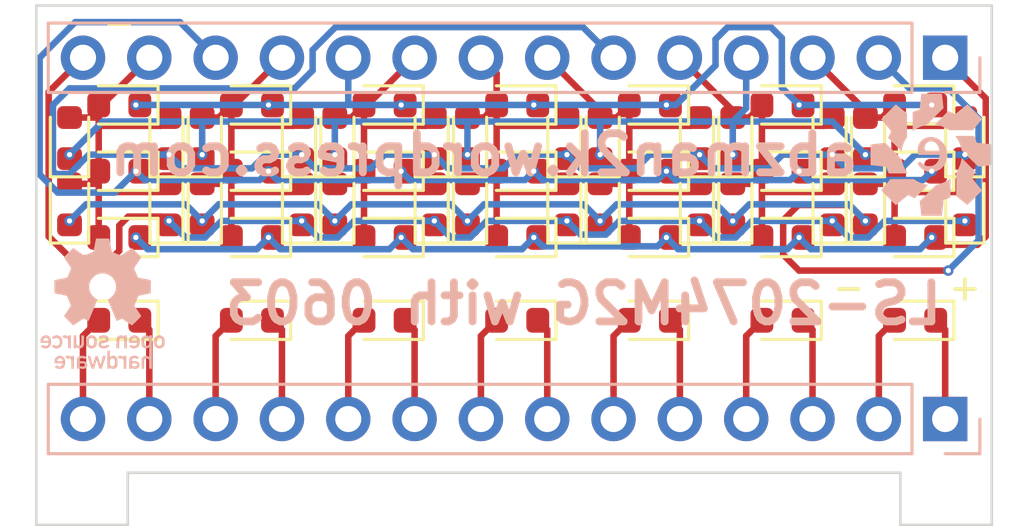
<source format=kicad_pcb>
(kicad_pcb (version 20211014) (generator pcbnew)
  (layers (0 "F.Cu" signal) (31 "B.Cu" signal) (34 "B.Paste" user) (35 "F.Paste" user) (36 "B.SilkS" user "B.Silkscreen") (37 "F.SilkS" user "F.Silkscreen") (38 "B.Mask" user) (39 "F.Mask" user) (44 "Edge.Cuts" user))
  (net 0 "")
  (net 1 "F")
  (net 2 "Cathode 1")
  (net 3 "E")
  (net 4 "A")
  (net 5 "G")
  (net 6 "D")
  (net 7 "B")
  (net 8 "C")
  (net 9 "Cathode 6")
  (net 10 "Cathode 2")
  (net 11 "Cathode 7")
  (net 12 "Cathode 3")
  (net 13 "Cathode 4")
  (net 14 "Anode 1")
  (net 15 "Anode 2")
  (net 16 "Anode 3")
  (net 17 "Anode 4")
  (net 18 "Anode 5")
  (net 19 "Cathode 5")
  (net 20 "Anode 6")
  (net 21 "Anode 7")
  (net 22 "Digit 1")
  (net 23 "Digit 6")
  (net 24 "Digit 2")
  (net 25 "Digit 7")
  (net 26 "Digit 3")
  (net 27 "Digit 4")
  (net 28 "Digit 5")
  (footprint "LED_SMD:LED_0603_1608Metric" (layer "F.Cu") (at 148.59 90.17 90)
    (fp_text reference "D37" hide)
    (fp_text value "LED")
  )
  (footprint "LED_SMD:LED_0603_1608Metric" (layer "F.Cu") (at 140.335 94.615 180)
    (fp_text reference "D43" hide)
    (fp_text value "LED")
  )
  (footprint "LED_SMD:LED_0603_1608Metric" (layer "F.Cu") (at 155.575 88.9 180)
    (fp_text reference "D53" hide)
    (fp_text value "LED")
  )
  (footprint "LED_SMD:LED_0603_1608Metric" (layer "F.Cu") (at 165.735 94.615 180)
    (fp_text reference "D38" hide)
    (fp_text value "LED")
  )
  (footprint "LED_SMD:LED_0603_1608Metric" (layer "F.Cu") (at 150.495 91.44 180)
    (fp_text reference "D47" hide)
    (fp_text value "LED")
  )
  (footprint "LED_SMD:LED_0603_1608Metric" (layer "F.Cu") (at 157.48 87.63 90)
    (fp_text reference "D55" hide)
    (fp_text value "LED")
  )
  (footprint "LED_SMD:LED_0603_1608Metric" (layer "F.Cu") (at 135.255 94.615 180)
    (fp_text reference "D44" hide)
    (fp_text value "LED")
  )
  (footprint "LED_SMD:LED_0603_1608Metric" (layer "F.Cu") (at 148.59 87.63 90)
    (fp_text reference "D36" hide)
    (fp_text value "LED")
  )
  (footprint "LED_SMD:LED_0603_1608Metric" (layer "F.Cu") (at 135.255 91.44 180)
    (fp_text reference "D5" hide)
    (fp_text value "LED")
  )
  (footprint "LED_SMD:LED_0603_1608Metric" (layer "F.Cu") (at 137.16 90.17 90)
    (fp_text reference "D7" hide)
    (fp_text value "LED")
  )
  (footprint "LED_SMD:LED_0603_1608Metric" (layer "F.Cu") (at 165.735 91.44 180)
    (fp_text reference "D26" hide)
    (fp_text value "LED")
  )
  (footprint "LED_SMD:LED_0603_1608Metric" (layer "F.Cu") (at 147.32 87.63 90)
    (fp_text reference "D34" hide)
    (fp_text value "LED")
  )
  (footprint "LED_SMD:LED_0603_1608Metric" (layer "F.Cu") (at 155.575 94.615 180)
    (fp_text reference "D40" hide)
    (fp_text value "LED")
  )
  (footprint "LED_SMD:LED_0603_1608Metric" (layer "F.Cu") (at 143.51 87.63 90)
    (fp_text reference "D27" hide)
    (fp_text value "LED")
  )
  (footprint "LED_SMD:LED_0603_1608Metric" (layer "F.Cu") (at 165.735 86.36 180)
    (fp_text reference "D24" hide)
    (fp_text value "LED")
  )
  (footprint "LED_SMD:LED_0603_1608Metric" (layer "F.Cu") (at 145.415 91.44 180)
    (fp_text reference "D31" hide)
    (fp_text value "LED")
  )
  (footprint "LED_SMD:LED_0603_1608Metric" (layer "F.Cu") (at 150.495 88.9 180)
    (fp_text reference "D46" hide)
    (fp_text value "LED")
  )
  (footprint "LED_SMD:LED_0603_1608Metric" (layer "F.Cu") (at 158.75 87.63 90)
    (fp_text reference "D8" hide)
    (fp_text value "LED")
  )
  (footprint "LED_SMD:LED_0603_1608Metric" (layer "F.Cu") (at 133.35 90.17 90)
    (fp_text reference "D2" hide)
    (fp_text value "LED")
  )
  (footprint "LED_SMD:LED_0603_1608Metric" (layer "F.Cu") (at 135.255 88.9 180)
    (fp_text reference "D4" hide)
    (fp_text value "LED")
  )
  (footprint "LED_SMD:LED_0603_1608Metric" (layer "F.Cu") (at 145.415 94.615 180)
    (fp_text reference "D42" hide)
    (fp_text value "LED")
  )
  (footprint "LED_SMD:LED_0603_1608Metric" (layer "F.Cu") (at 162.56 90.17 90)
    (fp_text reference "D14" hide)
    (fp_text value "LED")
  )
  (footprint "LED_SMD:LED_0603_1608Metric" (layer "F.Cu") (at 150.495 86.36 180)
    (fp_text reference "D45" hide)
    (fp_text value "LED")
  )
  (footprint "LED_SMD:LED_0603_1608Metric" (layer "F.Cu") (at 152.4 90.17 90)
    (fp_text reference "D49" hide)
    (fp_text value "LED")
  )
  (footprint "LED_SMD:LED_0603_1608Metric" (layer "F.Cu") (at 143.51 90.17 90)
    (fp_text reference "D28" hide)
    (fp_text value "LED")
  )
  (footprint "LED_SMD:LED_0603_1608Metric" (layer "F.Cu") (at 145.415 86.36 180)
    (fp_text reference "D29" hide)
    (fp_text value "LED")
  )
  (footprint "LED_SMD:LED_0603_1608Metric" (layer "F.Cu") (at 160.655 94.615 180)
    (fp_text reference "D39" hide)
    (fp_text value "LED")
  )
  (footprint "LED_SMD:LED_0603_1608Metric" (layer "F.Cu") (at 138.43 90.17 90)
    (fp_text reference "D16" hide)
    (fp_text value "LED")
  )
  (footprint "LED_SMD:LED_0603_1608Metric" (layer "F.Cu") (at 163.83 87.63 90)
    (fp_text reference "D22" hide)
    (fp_text value "LED")
  )
  (footprint "LED_SMD:LED_0603_1608Metric" (layer "F.Cu") (at 153.67 87.63 90)
    (fp_text reference "D50" hide)
    (fp_text value "LED")
  )
  (footprint "LED_SMD:LED_0603_1608Metric" (layer "F.Cu") (at 167.64 87.63 90)
    (fp_text reference "D32" hide)
    (fp_text value "LED")
  )
  (footprint "LED_SMD:LED_0603_1608Metric" (layer "F.Cu") (at 155.575 91.44 180)
    (fp_text reference "D54" hide)
    (fp_text value "LED")
  )
  (footprint "LED_SMD:LED_0603_1608Metric" (layer "F.Cu") (at 150.495 94.615 180)
    (fp_text reference "D41" hide)
    (fp_text value "LED")
  )
  (footprint "LED_SMD:LED_0603_1608Metric" (layer "F.Cu") (at 140.335 86.36 180)
    (fp_text reference "D17" hide)
    (fp_text value "LED")
  )
  (footprint "LED_SMD:LED_0603_1608Metric" (layer "F.Cu") (at 135.255 86.36 180)
    (fp_text reference "D3" hide)
    (fp_text value "LED")
  )
  (footprint "LED_SMD:LED_0603_1608Metric" (layer "F.Cu") (at 157.48 90.17 90)
    (fp_text reference "D56" hide)
    (fp_text value "LED")
  )
  (footprint "LED_SMD:LED_0603_1608Metric" (layer "F.Cu") (at 133.35 87.63 90)
    (fp_text reference "D1" hide)
    (fp_text value "LED")
  )
  (footprint "LED_SMD:LED_0603_1608Metric" (layer "F.Cu") (at 167.64 90.17 90)
    (fp_text reference "D33" hide)
    (fp_text value "LED")
  )
  (footprint "LED_SMD:LED_0603_1608Metric" (layer "F.Cu") (at 140.335 88.9 180)
    (fp_text reference "D18" hide)
    (fp_text value "LED")
  )
  (footprint "LED_SMD:LED_0603_1608Metric" (layer "F.Cu") (at 160.655 91.44 180)
    (fp_text reference "D12" hide)
    (fp_text value "LED")
  )
  (footprint "LED_SMD:LED_0603_1608Metric" (layer "F.Cu") (at 145.415 88.9 180)
    (fp_text reference "D30" hide)
    (fp_text value "LED")
  )
  (footprint "LED_SMD:LED_0603_1608Metric" (layer "F.Cu") (at 152.4 87.63 90)
    (fp_text reference "D48" hide)
    (fp_text value "LED")
  )
  (footprint "LED_SMD:LED_0603_1608Metric" (layer "F.Cu") (at 162.56 87.63 90)
    (fp_text reference "D13" hide)
    (fp_text value "LED")
  )
  (footprint "LED_SMD:LED_0603_1608Metric" (layer "F.Cu") (at 158.75 90.17 90)
    (fp_text reference "D9" hide)
    (fp_text value "LED")
  )
  (footprint "LED_SMD:LED_0603_1608Metric" (layer "F.Cu") (at 142.24 90.17 90)
    (fp_text reference "D21" hide)
    (fp_text value "LED")
  )
  (footprint "LED_SMD:LED_0603_1608Metric" (layer "F.Cu") (at 147.32 90.17 90)
    (fp_text reference "D35" hide)
    (fp_text value "LED")
  )
  (footprint "LED_SMD:LED_0603_1608Metric" (layer "F.Cu") (at 142.24 87.63 90)
    (fp_text reference "D20" hide)
    (fp_text value "LED")
  )
  (footprint "LED_SMD:LED_0603_1608Metric" (layer "F.Cu") (at 160.655 88.9 180)
    (fp_text reference "D11" hide)
    (fp_text value "LED")
  )
  (footprint "LED_SMD:LED_0603_1608Metric" (layer "F.Cu") (at 137.16 87.63 90)
    (fp_text reference "D6" hide)
    (fp_text value "LED")
  )
  (footprint "LED_SMD:LED_0603_1608Metric" (layer "F.Cu") (at 163.83 90.17 90)
    (fp_text reference "D23" hide)
    (fp_text value "LED")
  )
  (footprint "LED_SMD:LED_0603_1608Metric" (layer "F.Cu") (at 138.43 87.63 90)
    (fp_text reference "D15" hide)
    (fp_text value "LED")
  )
  (footprint "LED_SMD:LED_0603_1608Metric" (layer "F.Cu") (at 153.67 90.17 90)
    (fp_text reference "D51" hide)
    (fp_text value "LED")
  )
  (footprint "LED_SMD:LED_0603_1608Metric" (layer "F.Cu") (at 160.655 86.36 180)
    (fp_text reference "D10" hide)
    (fp_text value "LED")
  )
  (footprint "LED_SMD:LED_0603_1608Metric" (layer "F.Cu") (at 165.735 88.9 180)
    (fp_text reference "D25" hide)
    (fp_text value "LED")
  )
  (footprint "LED_SMD:LED_0603_1608Metric" (layer "F.Cu") (at 155.575 86.36 180)
    (fp_text reference "D52" hide)
    (fp_text value "LED")
  )
  (footprint "LED_SMD:LED_0603_1608Metric" (layer "F.Cu") (at 140.335 91.44 180)
    (fp_text reference "D19" hide)
    (fp_text value "LED")
  )
  (footprint "Evan's misc parts:OSHW gear" (layer "B.Cu") (at 134.62 93.98 180)
    (fp_text reference "G***" hide)
    (fp_text value "LOGO" hide)
  )
  (footprint "Evan's misc parts:Evan Logo" (layer "B.Cu") (at 166.37 88.265 180)
    (fp_text reference "G***" hide)
    (fp_text value "LOGO" hide)
  )
  (footprint "Connector_PinHeader_2.54mm:PinHeader_1x14_P2.54mm_Vertical" (layer "B.Cu") (at 166.885 98.4 90)
    (fp_text reference "J1" hide)
    (fp_text value "bottom")
  )
  (footprint "Connector_PinHeader_2.54mm:PinHeader_1x14_P2.54mm_Vertical" (layer "B.Cu") (at 166.885 84.55 90)
    (fp_text reference "J2" hide)
    (fp_text value "top")
  )
  (gr_line (start 135.58 102.46) (end 135.58 100.46) (layer "Edge.Cuts") (width 0.1))
  (gr_line (start 165.17 102.46) (end 165.17 100.46) (layer "Edge.Cuts") (width 0.1))
  (gr_line (start 168.67 82.55) (end 168.67 102.46) (layer "Edge.Cuts") (width 0.1))
  (gr_line (start 132.08 82.55) (end 168.67 82.55) (layer "Edge.Cuts") (width 0.1))
  (gr_line (start 165.17 100.46) (end 135.58 100.46) (layer "Edge.Cuts") (width 0.1))
  (gr_line (start 132.08 82.55) (end 132.08 102.46) (layer "Edge.Cuts") (width 0.1))
  (gr_line (start 168.67 102.46) (end 165.17 102.46) (layer "Edge.Cuts") (width 0.1))
  (gr_line (start 135.58 102.46) (end 132.08 102.46) (layer "Edge.Cuts") (width 0.1))
  (gr_text "abzman2k.wordpress.com" (at 149.225 88.265) (layer "B.SilkS") (effects (font (size 1.5 1.5) (thickness 0.3)) (justify mirror)))
  (gr_text "LS-2074M2G with 0603" (at 153.035 93.98) (layer "B.SilkS") (effects (font (size 1.5 1.5) (thickness 0.3)) (justify mirror)))
  (gr_text "-" (at 135.255 83.185) (layer "F.SilkS") (effects (font (size 1 1))))
  (gr_text "+" (at 135.255 92.71) (layer "F.SilkS") (effects (font (size 1 1))))
  (gr_text "+" (at 167.64 93.345) (layer "F.SilkS") (effects (font (size 1 1))))
  (gr_text "-" (at 163.195 93.345) (layer "F.SilkS") (effects (font (size 1 1))))
  (via (at 158.75 88.265) (size 0.4) (drill 0.2) (layers "F.Cu" "B.Cu") (net 1))
  (via (at 148.59 88.265) (size 0.4) (drill 0.2) (layers "F.Cu" "B.Cu") (net 1))
  (via (at 163.83 88.265) (size 0.4) (drill 0.2) (layers "F.Cu" "B.Cu") (net 1))
  (via (at 133.35 88.265) (size 0.4) (drill 0.2) (layers "F.Cu" "B.Cu") (net 1))
  (via (at 153.67 88.265) (size 0.4) (drill 0.2) (layers "F.Cu" "B.Cu") (net 1))
  (via (at 143.51 88.265) (size 0.4) (drill 0.2) (layers "F.Cu" "B.Cu") (net 1))
  (via (at 138.43 88.265) (size 0.4) (drill 0.2) (layers "F.Cu" "B.Cu") (net 1))
  (segment (start 158.75 88.265) (end 158.75 86.995) (width 0.25) (layer "B.Cu") (net 1))
  (segment (start 138.43 88.265) (end 138.43 86.995) (width 0.25) (layer "B.Cu") (net 1))
  (segment (start 143.51 88.265) (end 143.51 86.995) (width 0.25) (layer "B.Cu") (net 1))
  (segment (start 158.75 86.995) (end 162.56 86.995) (width 0.25) (layer "B.Cu") (net 1))
  (segment (start 148.59 86.995) (end 153.67 86.995) (width 0.25) (layer "B.Cu") (net 1))
  (segment (start 158.75 86.995) (end 159.265 86.48) (width 0.25) (layer "B.Cu") (net 1))
  (segment (start 153.67 88.265) (end 153.67 86.995) (width 0.25) (layer "B.Cu") (net 1))
  (segment (start 153.67 86.995) (end 158.75 86.995) (width 0.25) (layer "B.Cu") (net 1))
  (segment (start 143.51 86.995) (end 148.59 86.995) (width 0.25) (layer "B.Cu") (net 1))
  (segment (start 162.56 86.995) (end 163.83 88.265) (width 0.25) (layer "B.Cu") (net 1))
  (segment (start 134.62 86.995) (end 138.43 86.995) (width 0.25) (layer "B.Cu") (net 1))
  (segment (start 159.265 86.48) (end 159.265 84.55) (width 0.25) (layer "B.Cu") (net 1))
  (segment (start 138.43 86.995) (end 143.51 86.995) (width 0.25) (layer "B.Cu") (net 1))
  (segment (start 148.59 88.265) (end 148.59 86.995) (width 0.25) (layer "B.Cu") (net 1))
  (segment (start 133.35 88.265) (end 134.62 86.995) (width 0.25) (layer "B.Cu") (net 1))
  (segment (start 164.345 95.2175) (end 164.345 98.4) (width 0.25) (layer "F.Cu") (net 2))
  (segment (start 164.9475 94.615) (end 164.345 95.2175) (width 0.25) (layer "F.Cu") (net 2))
  (segment (start 163.22048 90.19548) (end 161.26452 90.19548) (width 0.25) (layer "F.Cu") (net 3))
  (segment (start 160.68048 90.77952) (end 160.68048 92.10048) (width 0.25) (layer "F.Cu") (net 3))
  (segment (start 160.68048 92.10048) (end 161.29 92.71) (width 0.25) (layer "F.Cu") (net 3))
  (segment (start 161.26452 90.19548) (end 160.68048 90.77952) (width 0.25) (layer "F.Cu") (net 3))
  (segment (start 161.29 92.71) (end 167.005 92.71) (width 0.25) (layer "F.Cu") (net 3))
  (segment (start 163.83 90.805) (end 163.22048 90.19548) (width 0.25) (layer "F.Cu") (net 3))
  (via (at 163.83 90.805) (size 0.4) (drill 0.2) (layers "F.Cu" "B.Cu") (net 3))
  (via (at 167.005 92.71) (size 0.4) (drill 0.2) (layers "F.Cu" "B.Cu") (net 3))
  (via (at 133.35 90.805) (size 0.4) (drill 0.2) (layers "F.Cu" "B.Cu") (net 3))
  (via (at 148.59 90.805) (size 0.4) (drill 0.2) (layers "F.Cu" "B.Cu") (net 3))
  (via (at 143.51 90.805) (size 0.4) (drill 0.2) (layers "F.Cu" "B.Cu") (net 3))
  (via (at 158.75 90.805) (size 0.4) (drill 0.2) (layers "F.Cu" "B.Cu") (net 3))
  (via (at 138.43 90.805) (size 0.4) (drill 0.2) (layers "F.Cu" "B.Cu") (net 3))
  (via (at 153.67 90.805) (size 0.4) (drill 0.2) (layers "F.Cu" "B.Cu") (net 3))
  (segment (start 154.305 90.17) (end 158.115 90.17) (width 0.25) (layer "B.Cu") (net 3))
  (segment (start 153.67 90.805) (end 154.305 90.17) (width 0.25) (layer "B.Cu") (net 3))
  (segment (start 133.35 90.805) (end 133.985 90.17) (width 0.25) (layer "B.Cu") (net 3))
  (segment (start 138.43 90.805) (end 139.065 90.17) (width 0.25) (layer "B.Cu") (net 3))
  (segment (start 167.005 92.71) (end 168.164511 91.550489) (width 0.25) (layer "B.Cu") (net 3))
  (segment (start 139.065 90.17) (end 142.875 90.17) (width 0.25) (layer "B.Cu") (net 3))
  (segment (start 147.955 90.17) (end 148.59 90.805) (width 0.25) (layer "B.Cu") (net 3))
  (segment (start 158.75 90.805) (end 159.385 90.17) (width 0.25) (layer "B.Cu") (net 3))
  (segment (start 163.195 90.17) (end 163.83 90.805) (width 0.25) (layer "B.Cu") (net 3))
  (segment (start 148.59 90.805) (end 149.225 90.17) (width 0.25) (layer "B.Cu") (net 3))
  (segment (start 137.795 90.17) (end 138.43 90.805) (width 0.25) (layer "B.Cu") (net 3))
  (segment (start 143.51 90.805) (end 144.145 90.17) (width 0.25) (layer "B.Cu") (net 3))
  (segment (start 158.115 90.17) (end 158.75 90.805) (width 0.25) (layer "B.Cu") (net 3))
  (segment (start 165.519511 85.724511) (end 164.345 84.55) (width 0.25) (layer "B.Cu") (net 3))
  (segment (start 153.035 90.17) (end 153.67 90.805) (width 0.25) (layer "B.Cu") (net 3))
  (segment (start 168.164511 91.550489) (end 168.164511 86.884511) (width 0.25) (layer "B.Cu") (net 3))
  (segment (start 159.385 90.17) (end 163.195 90.17) (width 0.25) (layer "B.Cu") (net 3))
  (segment (start 149.225 90.17) (end 153.035 90.17) (width 0.25) (layer "B.Cu") (net 3))
  (segment (start 144.145 90.17) (end 147.955 90.17) (width 0.25) (layer "B.Cu") (net 3))
  (segment (start 142.875 90.17) (end 143.51 90.805) (width 0.25) (layer "B.Cu") (net 3))
  (segment (start 133.985 90.17) (end 137.795 90.17) (width 0.25) (layer "B.Cu") (net 3))
  (segment (start 167.004511 85.724511) (end 165.519511 85.724511) (width 0.25) (layer "B.Cu") (net 3))
  (segment (start 168.164511 86.884511) (end 167.004511 85.724511) (width 0.25) (layer "B.Cu") (net 3))
  (segment (start 166.5225 86.36) (end 166.37 86.36) (width 0.25) (layer "F.Cu") (net 4))
  (segment (start 166.37 86.36) (end 166.345978 86.36) (width 0.25) (layer "F.Cu") (net 4))
  (via (at 161.29 86.36) (size 0.4) (drill 0.2) (layers "F.Cu" "B.Cu") (net 4))
  (via (at 135.89 86.36) (size 0.4) (drill 0.2) (layers "F.Cu" "B.Cu") (net 4))
  (via (at 146.05 86.36) (size 0.4) (drill 0.2) (layers "F.Cu" "B.Cu") (net 4))
  (via (at 166.37 86.36) (size 0.4) (drill 0.2) (layers "F.Cu" "B.Cu") (net 4))
  (via (at 140.97 86.36) (size 0.4) (drill 0.2) (layers "F.Cu" "B.Cu") (net 4))
  (via (at 156.21 86.36) (size 0.4) (drill 0.2) (layers "F.Cu" "B.Cu") (net 4))
  (via (at 151.13 86.36) (size 0.4) (drill 0.2) (layers "F.Cu" "B.Cu") (net 4))
  (segment (start 151.13 86.36) (end 156.21 86.36) (width 0.25) (layer "B.Cu") (net 4))
  (segment (start 158.559511 83.375489) (end 160.210489 83.375489) (width 0.25) (layer "B.Cu") (net 4))
  (segment (start 158.090489 83.844511) (end 158.559511 83.375489) (width 0.25) (layer "B.Cu") (net 4))
  (segment (start 161.29 86.36) (end 166.37 86.36) (width 0.25) (layer "B.Cu") (net 4))
  (segment (start 160.210489 83.375489) (end 160.630489 83.795489) (width 0.25) (layer "B.Cu") (net 4))
  (segment (start 144.025 84.55) (end 144.025 86.24) (width 0.25) (layer "B.Cu") (net 4))
  (segment (start 160.630489 83.795489) (end 160.630489 85.700489) (width 0.25) (layer "B.Cu") (net 4))
  (segment (start 146.05 86.36) (end 151.13 86.36) (width 0.25) (layer "B.Cu") (net 4))
  (segment (start 144.025 86.24) (end 144.145 86.36) (width 0.25) (layer "B.Cu") (net 4))
  (segment (start 140.97 86.36) (end 144.145 86.36) (width 0.25) (layer "B.Cu") (net 4))
  (segment (start 144.145 86.36) (end 146.05 86.36) (width 0.25) (layer "B.Cu") (net 4))
  (segment (start 158.090489 84.845521) (end 158.090489 83.844511) (width 0.25) (layer "B.Cu") (net 4))
  (segment (start 156.57601 86.36) (end 158.090489 84.845521) (width 0.25) (layer "B.Cu") (net 4))
  (segment (start 135.89 86.36) (end 140.97 86.36) (width 0.25) (layer "B.Cu") (net 4))
  (segment (start 160.630489 85.700489) (end 161.29 86.36) (width 0.25) (layer "B.Cu") (net 4))
  (segment (start 156.21 86.36) (end 156.57601 86.36) (width 0.25) (layer "B.Cu") (net 4))
  (via (at 146.05 88.9) (size 0.4) (drill 0.2) (layers "F.Cu" "B.Cu") (net 5))
  (via (at 156.21 88.9) (size 0.4) (drill 0.2) (layers "F.Cu" "B.Cu") (net 5))
  (via (at 135.89 88.9) (size 0.4) (drill 0.2) (layers "F.Cu" "B.Cu") (net 5))
  (via (at 151.13 88.9) (size 0.4) (drill 0.2) (layers "F.Cu" "B.Cu") (net 5))
  (via (at 161.29 88.9) (size 0.4) (drill 0.2) (layers "F.Cu" "B.Cu") (net 5))
  (via (at 140.97 88.9) (size 0.4) (drill 0.2) (layers "F.Cu" "B.Cu") (net 5))
  (via (at 166.37 88.9) (size 0.4) (drill 0.2) (layers "F.Cu" "B.Cu") (net 5))
  (segment (start 156.549031 89.239031) (end 156.21 88.9) (width 0.25) (layer "B.Cu") (net 5))
  (segment (start 161.29 88.9) (end 160.950969 89.239031) (width 0.25) (layer "B.Cu") (net 5))
  (segment (start 145.710969 89.239031) (end 141.309031 89.239031) (width 0.25) (layer "B.Cu") (net 5))
  (segment (start 146.389031 89.239031) (end 146.05 88.9) (width 0.25) (layer "B.Cu") (net 5))
  (segment (start 135.06952 89.72048) (end 135.89 88.9) (width 0.25) (layer "B.Cu") (net 5))
  (segment (start 138.945 84.55) (end 137.58 83.185) (width 0.25) (layer "B.Cu") (net 5))
  (segment (start 133.56899 83.185) (end 132.20502 84.54897) (width 0.25) (layer "B.Cu") (net 5))
  (segment (start 140.97 88.9) (end 140.630969 89.239031) (width 0.25) (layer "B.Cu") (net 5))
  (segment (start 156.21 88.9) (end 155.870969 89.239031) (width 0.25) (layer "B.Cu") (net 5))
  (segment (start 136.229031 89.239031) (end 135.89 88.9) (width 0.25) (layer "B.Cu") (net 5))
  (segment (start 137.58 83.185) (end 133.56899 83.185) (width 0.25) (layer "B.Cu") (net 5))
  (segment (start 166.030969 89.239031) (end 161.629031 89.239031) (width 0.25) (layer "B.Cu") (net 5))
  (segment (start 155.870969 89.239031) (end 151.469031 89.239031) (width 0.25) (layer "B.Cu") (net 5))
  (segment (start 161.629031 89.239031) (end 161.29 88.9) (width 0.25) (layer "B.Cu") (net 5))
  (segment (start 150.790969 89.239031) (end 146.389031 89.239031) (width 0.25) (layer "B.Cu") (net 5))
  (segment (start 151.469031 89.239031) (end 151.13 88.9) (width 0.25) (layer "B.Cu") (net 5))
  (segment (start 146.05 88.9) (end 145.710969 89.239031) (width 0.25) (layer "B.Cu") (net 5))
  (segment (start 166.37 88.9) (end 166.030969 89.239031) (width 0.25) (layer "B.Cu") (net 5))
  (segment (start 160.950969 89.239031) (end 156.549031 89.239031) (width 0.25) (layer "B.Cu") (net 5))
  (segment (start 141.309031 89.239031) (end 140.97 88.9) (width 0.25) (layer "B.Cu") (net 5))
  (segment (start 151.13 88.9) (end 150.790969 89.239031) (width 0.25) (layer "B.Cu") (net 5))
  (segment (start 140.630969 89.239031) (end 136.229031 89.239031) (width 0.25) (layer "B.Cu") (net 5))
  (segment (start 132.899762 89.72048) (end 135.06952 89.72048) (width 0.25) (layer "B.Cu") (net 5))
  (segment (start 132.20502 84.54897) (end 132.20502 89.025738) (width 0.25) (layer "B.Cu") (net 5))
  (segment (start 132.20502 89.025738) (end 132.899762 89.72048) (width 0.25) (layer "B.Cu") (net 5))
  (segment (start 168.43952 91.401279) (end 168.43952 86.10452) (width 0.25) (layer "F.Cu") (net 6))
  (segment (start 166.37 91.44) (end 166.64952 91.71952) (width 0.25) (layer "F.Cu") (net 6))
  (segment (start 168.43952 86.10452) (end 166.885 84.55) (width 0.25) (layer "F.Cu") (net 6))
  (segment (start 166.64952 91.71952) (end 168.121279 91.71952) (width 0.25) (layer "F.Cu") (net 6))
  (segment (start 168.121279 91.71952) (end 168.43952 91.401279) (width 0.25) (layer "F.Cu") (net 6))
  (via (at 161.29 91.44) (size 0.4) (drill 0.2) (layers "F.Cu" "B.Cu") (net 6))
  (via (at 140.97 91.44) (size 0.4) (drill 0.2) (layers "F.Cu" "B.Cu") (net 6))
  (via (at 156.21 91.44) (size 0.4) (drill 0.2) (layers "F.Cu" "B.Cu") (net 6))
  (via (at 135.89 91.44) (size 0.4) (drill 0.2) (layers "F.Cu" "B.Cu") (net 6))
  (via (at 166.37 91.44) (size 0.4) (drill 0.2) (layers "F.Cu" "B.Cu") (net 6))
  (via (at 151.13 91.44) (size 0.4) (drill 0.2) (layers "F.Cu" "B.Cu") (net 6))
  (via (at 146.05 91.44) (size 0.4) (drill 0.2) (layers "F.Cu" "B.Cu") (net 6))
  (segment (start 156.65952 91.88952) (end 160.84048 91.88952) (width 0.25) (layer "B.Cu") (net 6))
  (segment (start 140.97 91.44) (end 141.41952 91.88952) (width 0.25) (layer "B.Cu") (net 6))
  (segment (start 145.60048 91.88952) (end 146.05 91.44) (width 0.25) (layer "B.Cu") (net 6))
  (segment (start 161.29 91.44) (end 161.73952 91.88952) (width 0.25) (layer "B.Cu") (net 6))
  (segment (start 136.33952 91.88952) (end 140.52048 91.88952) (width 0.25) (layer "B.Cu") (net 6))
  (segment (start 151.469031 91.779031) (end 155.870969 91.779031) (width 0.25) (layer "B.Cu") (net 6))
  (segment (start 151.13 91.44) (end 151.469031 91.779031) (width 0.25) (layer "B.Cu") (net 6))
  (segment (start 135.89 91.44) (end 136.33952 91.88952) (width 0.25) (layer "B.Cu") (net 6))
  (segment (start 165.92048 91.88952) (end 166.37 91.44) (width 0.25) (layer "B.Cu") (net 6))
  (segment (start 155.870969 91.779031) (end 156.21 91.44) (width 0.25) (layer "B.Cu") (net 6))
  (segment (start 140.52048 91.88952) (end 140.97 91.44) (width 0.25) (layer "B.Cu") (net 6))
  (segment (start 161.73952 91.88952) (end 165.92048 91.88952) (width 0.25) (layer "B.Cu") (net 6))
  (segment (start 146.49952 91.88952) (end 150.68048 91.88952) (width 0.25) (layer "B.Cu") (net 6))
  (segment (start 156.21 91.44) (end 156.65952 91.88952) (width 0.25) (layer "B.Cu") (net 6))
  (segment (start 146.05 91.44) (end 146.49952 91.88952) (width 0.25) (layer "B.Cu") (net 6))
  (segment (start 160.84048 91.88952) (end 161.29 91.44) (width 0.25) (layer "B.Cu") (net 6))
  (segment (start 141.41952 91.88952) (end 145.60048 91.88952) (width 0.25) (layer "B.Cu") (net 6))
  (segment (start 150.68048 91.88952) (end 151.13 91.44) (width 0.25) (layer "B.Cu") (net 6))
  (via (at 137.16 88.265) (size 0.4) (drill 0.2) (layers "F.Cu" "B.Cu") (net 7))
  (via (at 162.56 88.265) (size 0.4) (drill 0.2) (layers "F.Cu" "B.Cu") (net 7))
  (via (at 167.64 88.265) (size 0.4) (drill 0.2) (layers "F.Cu" "B.Cu") (net 7))
  (via (at 157.48 88.265) (size 0.4) (drill 0.2) (layers "F.Cu" "B.Cu") (net 7))
  (via (at 142.24 88.265) (size 0.4) (drill 0.2) (layers "F.Cu" "B.Cu") (net 7))
  (via (at 147.32 88.265) (size 0.4) (drill 0.2) (layers "F.Cu" "B.Cu") (net 7))
  (via (at 152.4 88.265) (size 0.4) (drill 0.2) (layers "F.Cu" "B.Cu") (net 7))
  (segment (start 163.084511 88.789511) (end 165.210489 88.789511) (width 0.25) (layer "B.Cu") (net 7))
  (segment (start 162.56 88.265) (end 163.084511 88.789511) (width 0.25) (layer "B.Cu") (net 7))
  (segment (start 160.130489 88.789511) (end 160.655 88.265) (width 0.25) (layer "B.Cu") (net 7))
  (segment (start 141.97101 85.725) (end 142.659511 85.036499) (width 0.25) (layer "B.Cu") (net 7))
  (segment (start 132.715 86.36) (end 133.35 85.725) (width 0.25) (layer "B.Cu") (net 7))
  (segment (start 144.890489 88.789511) (end 145.415 88.265) (width 0.25) (layer "B.Cu") (net 7))
  (segment (start 133.35 89.006772) (end 132.821772 89.006772) (width 0.25) (layer "B.Cu") (net 7))
  (segment (start 140.338717 88.789511) (end 140.863228 88.265) (width 0.25) (layer "B.Cu") (net 7))
  (segment (start 155.050489 88.789511) (end 155.575 88.265) (width 0.25) (layer "B.Cu") (net 7))
  (segment (start 145.415 88.265) (end 147.32 88.265) (width 0.25) (layer "B.Cu") (net 7))
  (segment (start 158.004511 88.789511) (end 160.130489 88.789511) (width 0.25) (layer "B.Cu") (net 7))
  (segment (start 155.575 88.265) (end 157.48 88.265) (width 0.25) (layer "B.Cu") (net 7))
  (segment (start 132.821772 89.006772) (end 132.715 88.9) (width 0.25) (layer "B.Cu") (net 7))
  (segment (start 142.24 88.265) (end 142.764511 88.789511) (width 0.25) (layer "B.Cu") (net 7))
  (segment (start 153.010489 83.375489) (end 154.185 84.55) (width 0.25) (layer "B.Cu") (net 7))
  (segment (start 142.764511 88.789511) (end 144.890489 88.789511) (width 0.25) (layer "B.Cu") (net 7))
  (segment (start 160.655 88.265) (end 162.56 88.265) (width 0.25) (layer "B.Cu") (net 7))
  (segment (start 152.4 88.265) (end 152.924511 88.789511) (width 0.25) (layer "B.Cu") (net 7))
  (segment (start 133.35 85.725) (end 141.97101 85.725) (width 0.25) (layer "B.Cu") (net 7))
  (segment (start 147.32 88.265) (end 147.844511 88.789511) (width 0.25) (layer "B.Cu") (net 7))
  (segment (start 132.715 88.9) (end 132.715 86.36) (width 0.25) (layer "B.Cu") (net 7))
  (segment (start 165.210489 88.789511) (end 165.735 88.265) (width 0.25) (layer "B.Cu") (net 7))
  (segment (start 142.659511 85.036499) (end 142.659511 84.254479) (width 0.25) (layer "B.Cu") (net 7))
  (segment (start 137.16 88.265) (end 137.684511 88.789511) (width 0.25) (layer "B.Cu") (net 7))
  (segment (start 147.844511 88.789511) (end 149.970489 88.789511) (width 0.25) (layer "B.Cu") (net 7))
  (segment (start 137.684511 88.789511) (end 140.338717 88.789511) (width 0.25) (layer "B.Cu") (net 7))
  (segment (start 165.735 88.265) (end 167.64 88.265) (width 0.25) (layer "B.Cu") (net 7))
  (segment (start 152.924511 88.789511) (end 155.050489 88.789511) (width 0.25) (layer "B.Cu") (net 7))
  (segment (start 149.970489 88.789511) (end 150.495 88.265) (width 0.25) (layer "B.Cu") (net 7))
  (segment (start 157.48 88.265) (end 158.004511 88.789511) (width 0.25) (layer "B.Cu") (net 7))
  (segment (start 140.863228 88.265) (end 142.24 88.265) (width 0.25) (layer "B.Cu") (net 7))
  (segment (start 137.16 88.265) (end 134.091772 88.265) (width 0.25) (layer "B.Cu") (net 7))
  (segment (start 150.495 88.265) (end 152.4 88.265) (width 0.25) (layer "B.Cu") (net 7))
  (segment (start 143.538501 83.375489) (end 153.010489 83.375489) (width 0.25) (layer "B.Cu") (net 7))
  (segment (start 142.659511 84.254479) (end 143.538501 83.375489) (width 0.25) (layer "B.Cu") (net 7))
  (segment (start 134.091772 88.265) (end 133.35 89.006772) (width 0.25) (layer "B.Cu") (net 7))
  (segment (start 135.255 90.984201) (end 135.598721 90.64048) (width 0.25) (layer "F.Cu") (net 8))
  (segment (start 134.962239 92.23952) (end 135.255 91.946759) (width 0.25) (layer "F.Cu") (net 8))
  (segment (start 132.55048 91.401279) (end 133.388721 92.23952) (width 0.25) (layer "F.Cu") (net 8))
  (segment (start 136.84298 90.64048) (end 137.16 90.9575) (width 0.25) (layer "F.Cu") (net 8))
  (segment (start 133.388721 92.23952) (end 134.962239 92.23952) (width 0.25) (layer "F.Cu") (net 8))
  (segment (start 133.865 84.55) (end 132.55048 85.86452) (width 0.25) (layer "F.Cu") (net 8))
  (segment (start 135.255 91.946759) (end 135.255 90.984201) (width 0.25) (layer "F.Cu") (net 8))
  (segment (start 135.598721 90.64048) (end 136.84298 90.64048) (width 0.25) (layer "F.Cu") (net 8))
  (segment (start 132.55048 85.86452) (end 132.55048 91.401279) (width 0.25) (layer "F.Cu") (net 8))
  (via (at 147.32 90.805) (size 0.4) (drill 0.2) (layers "F.Cu" "B.Cu") (net 8))
  (via (at 162.56 90.805) (size 0.4) (drill 0.2) (layers "F.Cu" "B.Cu") (net 8))
  (via (at 157.48 90.805) (size 0.4) (drill 0.2) (layers "F.Cu" "B.Cu") (net 8))
  (via (at 152.4 90.805) (size 0.4) (drill 0.2) (layers "F.Cu" "B.Cu") (net 8))
  (via (at 137.16 90.805) (size 0.4) (drill 0.2) (layers "F.Cu" "B.Cu") (net 8))
  (via (at 142.24 90.805) (size 0.4) (drill 0.2) (layers "F.Cu" "B.Cu") (net 8))
  (via (at 167.64 90.805) (size 0.4) (drill 0.2) (layers "F.Cu" "B.Cu") (net 8))
  (segment (start 142.875 91.44) (end 142.24 90.805) (width 0.25) (layer "B.Cu") (net 8))
  (segment (start 143.616772 91.44) (end 142.875 91.44) (width 0.25) (layer "B.Cu") (net 8))
  (segment (start 153.887261 91.329511) (end 152.924511 91.329511) (width 0.25) (layer "B.Cu") (net 8))
  (segment (start 163.936772 91.44) (end 163.195 91.44) (width 0.25) (layer "B.Cu") (net 8))
  (segment (start 152.4 90.805) (end 149.331772 90.805) (width 0.25) (layer "B.Cu") (net 8))
  (segment (start 152.924511 91.329511) (end 152.4 90.805) (width 0.25) (layer "B.Cu") (net 8))
  (segment (start 147.955 91.44) (end 147.32 90.805) (width 0.25) (layer "B.Cu") (net 8))
  (segment (start 157.48 90.805) (end 154.411772 90.805) (width 0.25) (layer "B.Cu") (net 8))
  (segment (start 158.115 91.44) (end 157.48 90.805) (width 0.25) (layer "B.Cu") (net 8))
  (segment (start 162.56 90.805) (end 159.491772 90.805) (width 0.25) (layer "B.Cu") (net 8))
  (segment (start 163.195 91.44) (end 162.56 90.805) (width 0.25) (layer "B.Cu") (net 8))
  (segment (start 142.24 90.805) (end 139.171772 90.805) (width 0.25) (layer "B.Cu") (net 8))
  (segment (start 138.536772 91.44) (end 137.795 91.44) (width 0.25) (layer "B.Cu") (net 8))
  (segment (start 148.696772 91.44) (end 147.955 91.44) (width 0.25) (layer "B.Cu") (net 8))
  (segment (start 159.491772 90.805) (end 158.856772 91.44) (width 0.25) (layer "B.Cu") (net 8))
  (segment (start 158.856772 91.44) (end 158.115 91.44) (width 0.25) (layer "B.Cu") (net 8))
  (segment (start 164.571772 90.805) (end 163.936772 91.44) (width 0.25) (layer "B.Cu") (net 8))
  (segment (start 154.411772 90.805) (end 153.887261 91.329511) (width 0.25) (layer "B.Cu") (net 8))
  (segment (start 149.331772 90.805) (end 148.696772 91.44) (width 0.25) (layer "B.Cu") (net 8))
  (segment (start 137.795 91.44) (end 137.16 90.805) (width 0.25) (layer "B.Cu") (net 8))
  (segment (start 167.64 90.805) (end 164.571772 90.805) (width 0.25) (layer "B.Cu") (net 8))
  (segment (start 139.171772 90.805) (end 138.536772 91.44) (width 0.25) (layer "B.Cu") (net 8))
  (segment (start 144.251772 90.805) (end 143.616772 91.44) (width 0.25) (layer "B.Cu") (net 8))
  (segment (start 147.32 90.805) (end 144.251772 90.805) (width 0.25) (layer "B.Cu") (net 8))
  (segment (start 138.945 95.2175) (end 138.945 98.4) (width 0.25) (layer "F.Cu") (net 9))
  (segment (start 139.5475 94.615) (end 138.945 95.2175) (width 0.25) (layer "F.Cu") (net 9))
  (segment (start 159.265 95.2175) (end 159.265 98.4) (width 0.25) (layer "F.Cu") (net 10))
  (segment (start 159.8675 94.615) (end 159.265 95.2175) (width 0.25) (layer "F.Cu") (net 10))
  (segment (start 134.4675 94.615) (end 133.865 95.2175) (width 0.25) (layer "F.Cu") (net 11))
  (segment (start 133.865 95.2175) (end 133.865 98.4) (width 0.25) (layer "F.Cu") (net 11))
  (segment (start 154.7875 94.615) (end 154.185 95.2175) (width 0.25) (layer "F.Cu") (net 12))
  (segment (start 154.185 95.2175) (end 154.185 98.4) (width 0.25) (layer "F.Cu") (net 12))
  (segment (start 149.7075 94.615) (end 149.105 95.2175) (width 0.25) (layer "F.Cu") (net 13))
  (segment (start 149.105 95.2175) (end 149.105 98.4) (width 0.25) (layer "F.Cu") (net 13))
  (segment (start 166.885 94.9775) (end 166.885 98.4) (width 0.25) (layer "F.Cu") (net 14))
  (segment (start 166.5225 94.615) (end 166.885 94.9775) (width 0.25) (layer "F.Cu") (net 14))
  (segment (start 161.4425 94.615) (end 161.805 94.9775) (width 0.25) (layer "F.Cu") (net 15))
  (segment (start 161.805 94.9775) (end 161.805 98.4) (width 0.25) (layer "F.Cu") (net 15))
  (segment (start 156.725 94.9775) (end 156.725 98.4) (width 0.25) (layer "F.Cu") (net 16))
  (segment (start 156.3625 94.615) (end 156.725 94.9775) (width 0.25) (layer "F.Cu") (net 16))
  (segment (start 151.645 94.9775) (end 151.645 98.4) (width 0.25) (layer "F.Cu") (net 17))
  (segment (start 151.2825 94.615) (end 151.645 94.9775) (width 0.25) (layer "F.Cu") (net 17))
  (segment (start 146.2025 94.615) (end 146.565 94.9775) (width 0.25) (layer "F.Cu") (net 18))
  (segment (start 146.565 94.9775) (end 146.565 98.4) (width 0.25) (layer "F.Cu") (net 18))
  (segment (start 144.6275 94.615) (end 144.025 95.2175) (width 0.25) (layer "F.Cu") (net 19))
  (segment (start 144.025 95.2175) (end 144.025 98.4) (width 0.25) (layer "F.Cu") (net 19))
  (segment (start 141.1225 94.615) (end 141.485 94.9775) (width 0.25) (layer "F.Cu") (net 20))
  (segment (start 141.485 94.9775) (end 141.485 98.4) (width 0.25) (layer "F.Cu") (net 20))
  (segment (start 136.0425 94.615) (end 136.405 94.9775) (width 0.25) (layer "F.Cu") (net 21))
  (segment (start 136.405 94.9775) (end 136.405 98.4) (width 0.25) (layer "F.Cu") (net 21))
  (segment (start 134.4675 86.8425) (end 134.4675 86.36) (width 0.25) (layer "F.Cu") (net 22))
  (segment (start 134.4675 89.6875) (end 134.4675 89.3825) (width 0.25) (layer "F.Cu") (net 22))
  (segment (start 134.4675 88.9) (end 134.4675 87.1475) (width 0.25) (layer "F.Cu") (net 22))
  (segment (start 134.47952 89.69952) (end 134.4675 89.6875) (width 0.25) (layer "F.Cu") (net 22))
  (segment (start 134.47952 87.15952) (end 134.4675 87.1475) (width 0.25) (layer "F.Cu") (net 22))
  (segment (start 133.35 89.3825) (end 134.4675 89.3825) (width 0.25) (layer "F.Cu") (net 22))
  (segment (start 136.84298 89.69952) (end 134.47952 89.69952) (width 0.25) (layer "F.Cu") (net 22))
  (segment (start 137.16 86.8425) (end 136.84298 87.15952) (width 0.25) (layer "F.Cu") (net 22))
  (segment (start 134.595 86.36) (end 136.405 84.55) (width 0.25) (layer "F.Cu") (net 22))
  (segment (start 134.4675 91.44) (end 134.4675 89.6875) (width 0.25) (layer "F.Cu") (net 22))
  (segment (start 137.16 89.3825) (end 136.84298 89.69952) (width 0.25) (layer "F.Cu") (net 22))
  (segment (start 134.4675 87.1475) (end 134.4675 86.8425) (width 0.25) (layer "F.Cu") (net 22))
  (segment (start 136.84298 87.15952) (end 134.47952 87.15952) (width 0.25) (layer "F.Cu") (net 22))
  (segment (start 134.4675 86.36) (end 134.595 86.36) (width 0.25) (layer "F.Cu") (net 22))
  (segment (start 134.4675 89.3825) (end 134.4675 88.9) (width 0.25) (layer "F.Cu") (net 22))
  (segment (start 133.35 86.8425) (end 134.4675 86.8425) (width 0.25) (layer "F.Cu") (net 22))
  (segment (start 159.385 89.3825) (end 159.8675 88.9) (width 0.25) (layer "F.Cu") (net 23))
  (segment (start 162.56 89.3825) (end 162.24298 89.69952) (width 0.25) (layer "F.Cu") (net 23))
  (segment (start 158.75 86.8425) (end 159.385 86.8425) (width 0.25) (layer "F.Cu") (net 23))
  (segment (start 158.75 86.8425) (end 158.75 86.575) (width 0.25) (layer "F.Cu") (net 23))
  (segment (start 162.56 86.8425) (end 162.24298 87.15952) (width 0.25) (layer "F.Cu") (net 23))
  (segment (start 159.8675 89.6875) (end 159.8675 91.44) (width 0.25) (layer "F.Cu") (net 23))
  (segment (start 159.87952 89.69952) (end 159.8675 89.6875) (width 0.25) (layer "F.Cu") (net 23))
  (segment (start 158.75 89.3825) (end 159.385 89.3825) (width 0.25) (layer "F.Cu") (net 23))
  (segment (start 162.24298 87.15952) (end 159.87952 87.15952) (width 0.25) (layer "F.Cu") (net 23))
  (segment (start 162.24298 89.69952) (end 159.87952 89.69952) (width 0.25) (layer "F.Cu") (net 23))
  (segment (start 159.8675 87.1475) (end 159.8675 89.6875) (width 0.25) (layer "F.Cu") (net 23))
  (segment (start 158.75 86.575) (end 156.725 84.55) (width 0.25) (layer "F.Cu") (net 23))
  (segment (start 159.87952 87.15952) (end 159.8675 87.1475) (width 0.25) (layer "F.Cu") (net 23))
  (segment (start 159.385 86.8425) (end 159.8675 86.36) (width 0.25) (layer "F.Cu") (net 23))
  (segment (start 159.8675 86.36) (end 159.8675 87.1475) (width 0.25) (layer "F.Cu") (net 23))
  (segment (start 142.24 86.8425) (end 141.92298 87.15952) (width 0.25) (layer "F.Cu") (net 24))
  (segment (start 139.675 86.36) (end 141.485 84.55) (width 0.25) (layer "F.Cu") (net 24))
  (segment (start 142.24 89.3825) (end 141.92298 89.69952) (width 0.25) (layer "F.Cu") (net 24))
  (segment (start 139.55952 87.15952) (end 139.5475 87.1475) (width 0.25) (layer "F.Cu") (net 24))
  (segment (start 141.92298 87.15952) (end 139.55952 87.15952) (width 0.25) (layer "F.Cu") (net 24))
  (segment (start 141.92298 89.69952) (end 139.55952 89.69952) (width 0.25) (layer "F.Cu") (net 24))
  (segment (start 139.065 89.3825) (end 139.5475 88.9) (width 0.25) (layer "F.Cu") (net 24))
  (segment (start 138.43 89.3825) (end 139.065 89.3825) (width 0.25) (layer "F.Cu") (net 24))
  (segment (start 138.43 86.8425) (end 139.065 86.8425) (width 0.25) (layer "F.Cu") (net 24))
  (segment (start 139.55952 89.69952) (end 139.5475 89.6875) (width 0.25) (layer "F.Cu") (net 24))
  (segment (start 139.5475 89.6875) (end 139.5475 91.44) (width 0.25) (layer "F.Cu") (net 24))
  (segment (start 139.065 86.8425) (end 139.5475 86.36) (width 0.25) (layer "F.Cu") (net 24))
  (segment (start 139.5475 87.1475) (end 139.5475 89.6875) (width 0.25) (layer "F.Cu") (net 24))
  (segment (start 139.5475 86.36) (end 139.675 86.36) (width 0.25) (layer "F.Cu") (net 24))
  (segment (start 139.5475 86.36) (end 139.5475 87.1475) (width 0.25) (layer "F.Cu") (net 24))
  (segment (start 164.465 89.3825) (end 164.9475 88.9) (width 0.25) (layer "F.Cu") (net 25))
  (segment (start 164.95952 89.69952) (end 164.9475 89.6875) (width 0.25) (layer "F.Cu") (net 25))
  (segment (start 167.32298 89.69952) (end 164.95952 89.69952) (width 0.25) (layer "F.Cu") (net 25))
  (segment (start 163.83 89.3825) (end 164.465 89.3825) (width 0.25) (layer "F.Cu") (net 25))
  (segment (start 164.9475 89.6875) (end 164.9475 91.44) (width 0.25) (layer "F.Cu") (net 25))
  (segment (start 167.64 89.3825) (end 167.32298 89.69952) (width 0.25) (layer "F.Cu") (net 25))
  (segment (start 167.32298 87.15952) (end 164.95952 87.15952) (width 0.25) (layer "F.Cu") (net 25))
  (segment (start 164.9475 87.1475) (end 164.9475 89.6875) (width 0.25) (layer "F.Cu") (net 25))
  (segment (start 164.465 86.8425) (end 164.9475 86.36) (width 0.25) (layer "F.Cu") (net 25))
  (segment (start 163.83 86.8425) (end 163.83 86.575) (width 0.25) (layer "F.Cu") (net 25))
  (segment (start 164.95952 87.15952) (end 164.9475 87.1475) (width 0.25) (layer "F.Cu") (net 25))
  (segment (start 163.83 86.8425) (end 164.465 86.8425) (width 0.25) (layer "F.Cu") (net 25))
  (segment (start 163.83 86.575) (end 161.805 84.55) (width 0.25) (layer "F.Cu") (net 25))
  (segment (start 167.64 86.8425) (end 167.32298 87.15952) (width 0.25) (layer "F.Cu") (net 25))
  (segment (start 164.9475 86.36) (end 164.9475 87.1475) (width 0.25) (layer "F.Cu") (net 25))
  (segment (start 147.32 86.8425) (end 147.00298 87.15952) (width 0.25) (layer "F.Cu") (net 26))
  (segment (start 144.145 89.3825) (end 144.6275 88.9) (width 0.25) (layer "F.Cu") (net 26))
  (segment (start 144.6275 89.6875) (end 144.6275 91.44) (width 0.25) (layer "F.Cu") (net 26))
  (segment (start 147.00298 87.15952) (end 144.63952 87.15952) (width 0.25) (layer "F.Cu") (net 26))
  (segment (start 144.63952 89.69952) (end 147.00298 89.69952) (width 0.25) (layer "F.Cu") (net 26))
  (segment (start 147.00298 89.69952) (end 147.32 89.3825) (width 0.25) (layer "F.Cu") (net 26))
  (segment (start 144.6275 86.36) (end 144.755 86.36) (width 0.25) (layer "F.Cu") (net 26))
  (segment (start 144.6275 87.1475) (end 144.6275 89.6875) (width 0.25) (layer "F.Cu") (net 26))
  (segment (start 144.6275 89.6875) (end 144.63952 89.69952) (width 0.25) (layer "F.Cu") (net 26))
  (segment (start 143.51 86.8425) (end 144.145 86.8425) (width 0.25) (layer "F.Cu") (net 26))
  (segment (start 144.145 86.8425) (end 144.6275 86.36) (width 0.25) (layer "F.Cu") (net 26))
  (segment (start 144.755 86.36) (end 146.565 84.55) (width 0.25) (layer "F.Cu") (net 26))
  (segment (start 144.6275 86.36) (end 144.6275 87.1475) (width 0.25) (layer "F.Cu") (net 26))
  (segment (start 143.51 89.3825) (end 144.145 89.3825) (width 0.25) (layer "F.Cu") (net 26))
  (segment (start 144.63952 87.15952) (end 144.6275 87.1475) (width 0.25) (layer "F.Cu") (net 26))
  (segment (start 149.7075 86.36) (end 149.7075 85.1525) (width 0.25) (layer "F.Cu") (net 27))
  (segment (start 149.7075 87.1475) (end 149.7075 89.6875) (width 0.25) (layer "F.Cu") (net 27))
  (segment (start 149.7075 89.6875) (end 149.7075 91.44) (width 0.25) (layer "F.Cu") (net 27))
  (segment (start 149.71952 89.69952) (end 149.7075 89.6875) (width 0.25) (layer "F.Cu") (net 27))
  (segment (start 152.4 86.8425) (end 152.08298 87.15952) (width 0.25) (layer "F.Cu") (net 27))
  (segment (start 152.4 89.3825) (end 152.08298 89.69952) (width 0.25) (layer "F.Cu") (net 27))
  (segment (start 148.59 86.8425) (end 149.225 86.8425) (width 0.25) (layer "F.Cu") (net 27))
  (segment (start 152.08298 89.69952) (end 149.71952 89.69952) (width 0.25) (layer "F.Cu") (net 27))
  (segment (start 149.71952 87.15952) (end 149.7075 87.1475) (width 0.25) (layer "F.Cu") (net 27))
  (segment (start 149.7075 85.1525) (end 149.105 84.55) (width 0.25) (layer "F.Cu") (net 27))
  (segment (start 149.7075 86.36) (end 149.7075 87.1475) (width 0.25) (layer "F.Cu") (net 27))
  (segment (start 149.225 86.8425) (end 149.7075 86.36) (width 0.25) (layer "F.Cu") (net 27))
  (segment (start 148.59 89.3825) (end 149.225 89.3825) (width 0.25) (layer "F.Cu") (net 27))
  (segment (start 149.225 89.3825) (end 149.7075 88.9) (width 0.25) (layer "F.Cu") (net 27))
  (segment (start 152.08298 87.15952) (end 149.71952 87.15952) (width 0.25) (layer "F.Cu") (net 27))
  (segment (start 157.48 89.3825) (end 157.16298 89.69952) (width 0.25) (layer "F.Cu") (net 28))
  (segment (start 154.305 89.3825) (end 154.7875 88.9) (width 0.25) (layer "F.Cu") (net 28))
  (segment (start 157.16298 89.69952) (end 154.79952 89.69952) (width 0.25) (layer "F.Cu") (net 28))
  (segment (start 154.79952 89.69952) (end 154.7875 89.6875) (width 0.25) (layer "F.Cu") (net 28))
  (segment (start 157.16298 87.15952) (end 154.79952 87.15952) (width 0.25) (layer "F.Cu") (net 28))
  (segment (start 154.7875 89.6875) (end 154.7875 91.44) (width 0.25) (layer "F.Cu") (net 28))
  (segment (start 153.67 86.575) (end 151.645 84.55) (width 0.25) (layer "F.Cu") (net 28))
  (segment (start 153.67 86.8425) (end 154.305 86.8425) (width 0.25) (layer "F.Cu") (net 28))
  (segment (start 154.7875 86.36) (end 154.7875 89.6875) (width 0.25) (layer "F.Cu") (net 28))
  (segment (start 153.67 86.8425) (end 153.67 86.575) (width 0.25) (layer "F.Cu") (net 28))
  (segment (start 154.79952 87.15952) (end 154.7875 87.1475) (width 0.25) (layer "F.Cu") (net 28))
  (segment (start 157.48 86.8425) (end 157.16298 87.15952) (width 0.25) (layer "F.Cu") (net 28))
  (segment (start 154.305 86.8425) (end 154.7875 86.36) (width 0.25) (layer "F.Cu") (net 28))
  (segment (start 153.67 89.3825) (end 154.305 89.3825) (width 0.25) (layer "F.Cu") (net 28))
)
</source>
